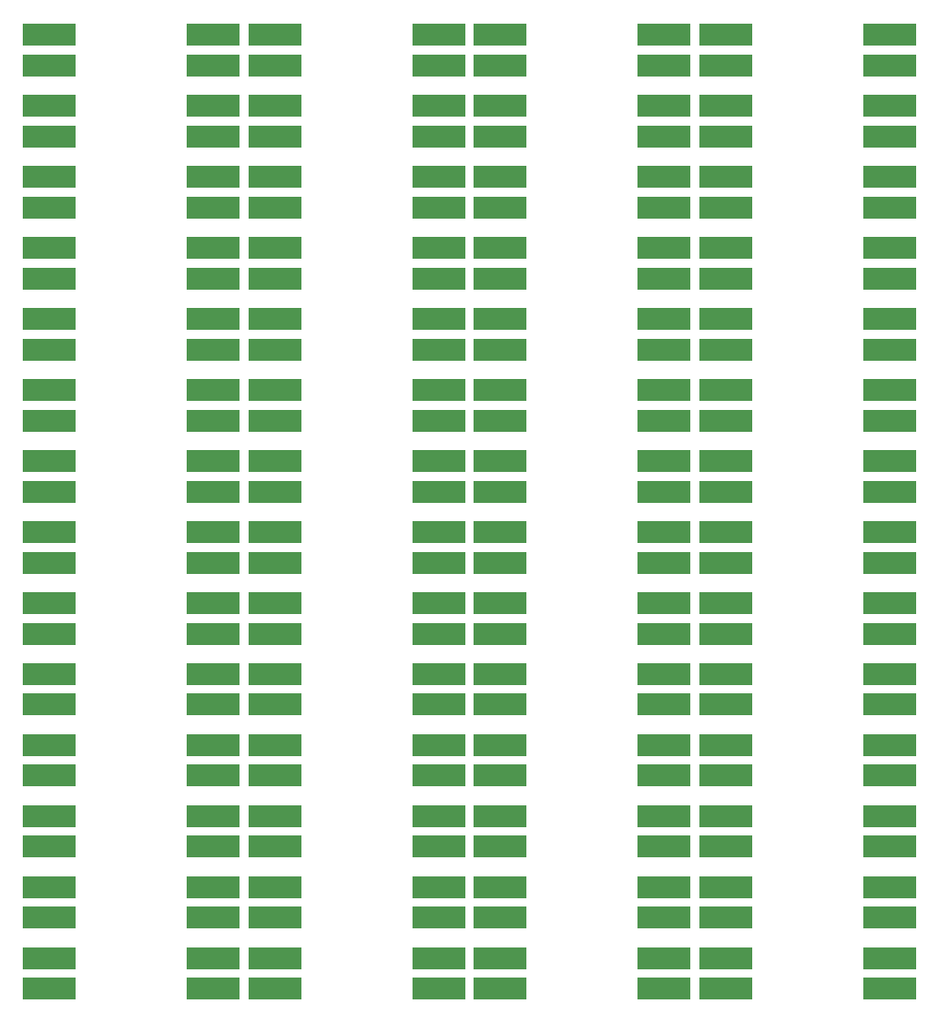
<source format=gbr>
%FSLAX34Y34*%
%MOMM*%
%LNSMDMASK_TOP*%
G71*
G01*
%ADD10R, 5.000X2.000*%
%LPD*%
X33332Y947083D02*
G54D10*
D03*
X33332Y975658D02*
G54D10*
D03*
X185732Y947083D02*
G54D10*
D03*
X185732Y975658D02*
G54D10*
D03*
X242882Y947083D02*
G54D10*
D03*
X242882Y975658D02*
G54D10*
D03*
X395282Y947083D02*
G54D10*
D03*
X395282Y975658D02*
G54D10*
D03*
X452432Y947083D02*
G54D10*
D03*
X452432Y975658D02*
G54D10*
D03*
X604832Y947083D02*
G54D10*
D03*
X604832Y975658D02*
G54D10*
D03*
X661982Y947083D02*
G54D10*
D03*
X661982Y975658D02*
G54D10*
D03*
X814382Y947083D02*
G54D10*
D03*
X814382Y975658D02*
G54D10*
D03*
X33332Y881063D02*
G54D10*
D03*
X33332Y909638D02*
G54D10*
D03*
X185732Y881063D02*
G54D10*
D03*
X185732Y909638D02*
G54D10*
D03*
X242882Y881063D02*
G54D10*
D03*
X242882Y909638D02*
G54D10*
D03*
X395282Y881063D02*
G54D10*
D03*
X395282Y909638D02*
G54D10*
D03*
X452432Y881063D02*
G54D10*
D03*
X452432Y909638D02*
G54D10*
D03*
X604832Y881063D02*
G54D10*
D03*
X604832Y909638D02*
G54D10*
D03*
X661982Y881063D02*
G54D10*
D03*
X661982Y909638D02*
G54D10*
D03*
X814382Y881063D02*
G54D10*
D03*
X814382Y909638D02*
G54D10*
D03*
X33332Y815043D02*
G54D10*
D03*
X33332Y843617D02*
G54D10*
D03*
X185732Y815043D02*
G54D10*
D03*
X185732Y843617D02*
G54D10*
D03*
X242882Y815043D02*
G54D10*
D03*
X242882Y843617D02*
G54D10*
D03*
X395282Y815043D02*
G54D10*
D03*
X395282Y843617D02*
G54D10*
D03*
X452432Y815043D02*
G54D10*
D03*
X452432Y843617D02*
G54D10*
D03*
X604832Y815043D02*
G54D10*
D03*
X604832Y843617D02*
G54D10*
D03*
X661982Y815043D02*
G54D10*
D03*
X661982Y843617D02*
G54D10*
D03*
X814382Y815043D02*
G54D10*
D03*
X814382Y843617D02*
G54D10*
D03*
X33332Y749023D02*
G54D10*
D03*
X33332Y777597D02*
G54D10*
D03*
X185732Y749023D02*
G54D10*
D03*
X185732Y777597D02*
G54D10*
D03*
X242882Y749023D02*
G54D10*
D03*
X242882Y777597D02*
G54D10*
D03*
X395282Y749023D02*
G54D10*
D03*
X395282Y777597D02*
G54D10*
D03*
X452432Y749023D02*
G54D10*
D03*
X452432Y777597D02*
G54D10*
D03*
X604832Y749023D02*
G54D10*
D03*
X604832Y777597D02*
G54D10*
D03*
X661982Y749023D02*
G54D10*
D03*
X661982Y777597D02*
G54D10*
D03*
X814382Y749023D02*
G54D10*
D03*
X814382Y777597D02*
G54D10*
D03*
X33332Y683003D02*
G54D10*
D03*
X33332Y711578D02*
G54D10*
D03*
X185732Y683003D02*
G54D10*
D03*
X185732Y711578D02*
G54D10*
D03*
X242882Y683003D02*
G54D10*
D03*
X242882Y711578D02*
G54D10*
D03*
X395282Y683003D02*
G54D10*
D03*
X395282Y711578D02*
G54D10*
D03*
X452432Y683003D02*
G54D10*
D03*
X452432Y711578D02*
G54D10*
D03*
X604832Y683003D02*
G54D10*
D03*
X604832Y711578D02*
G54D10*
D03*
X661982Y683003D02*
G54D10*
D03*
X661982Y711578D02*
G54D10*
D03*
X814382Y683003D02*
G54D10*
D03*
X814382Y711578D02*
G54D10*
D03*
X33332Y616983D02*
G54D10*
D03*
X33332Y645558D02*
G54D10*
D03*
X185732Y616983D02*
G54D10*
D03*
X185732Y645558D02*
G54D10*
D03*
X242882Y616983D02*
G54D10*
D03*
X242882Y645558D02*
G54D10*
D03*
X395282Y616983D02*
G54D10*
D03*
X395282Y645558D02*
G54D10*
D03*
X452432Y616983D02*
G54D10*
D03*
X452432Y645558D02*
G54D10*
D03*
X604832Y616983D02*
G54D10*
D03*
X604832Y645558D02*
G54D10*
D03*
X661982Y616983D02*
G54D10*
D03*
X661982Y645558D02*
G54D10*
D03*
X814382Y616983D02*
G54D10*
D03*
X814382Y645558D02*
G54D10*
D03*
X33332Y550963D02*
G54D10*
D03*
X33332Y579538D02*
G54D10*
D03*
X185732Y550963D02*
G54D10*
D03*
X185732Y579538D02*
G54D10*
D03*
X242882Y550963D02*
G54D10*
D03*
X242882Y579538D02*
G54D10*
D03*
X395282Y550963D02*
G54D10*
D03*
X395282Y579538D02*
G54D10*
D03*
X452432Y550963D02*
G54D10*
D03*
X452432Y579538D02*
G54D10*
D03*
X604832Y550963D02*
G54D10*
D03*
X604832Y579538D02*
G54D10*
D03*
X661982Y550963D02*
G54D10*
D03*
X661982Y579538D02*
G54D10*
D03*
X814382Y550963D02*
G54D10*
D03*
X814382Y579538D02*
G54D10*
D03*
X33332Y484943D02*
G54D10*
D03*
X33332Y513518D02*
G54D10*
D03*
X185732Y484943D02*
G54D10*
D03*
X185732Y513518D02*
G54D10*
D03*
X242882Y484943D02*
G54D10*
D03*
X242882Y513518D02*
G54D10*
D03*
X395282Y484943D02*
G54D10*
D03*
X395282Y513518D02*
G54D10*
D03*
X452432Y484943D02*
G54D10*
D03*
X452432Y513518D02*
G54D10*
D03*
X604832Y484943D02*
G54D10*
D03*
X604832Y513518D02*
G54D10*
D03*
X661982Y484943D02*
G54D10*
D03*
X661982Y513518D02*
G54D10*
D03*
X814382Y484943D02*
G54D10*
D03*
X814382Y513518D02*
G54D10*
D03*
X33332Y418923D02*
G54D10*
D03*
X33332Y447498D02*
G54D10*
D03*
X185732Y418923D02*
G54D10*
D03*
X185732Y447498D02*
G54D10*
D03*
X242882Y418923D02*
G54D10*
D03*
X242882Y447498D02*
G54D10*
D03*
X395282Y418923D02*
G54D10*
D03*
X395282Y447498D02*
G54D10*
D03*
X452432Y418923D02*
G54D10*
D03*
X452432Y447498D02*
G54D10*
D03*
X604832Y418923D02*
G54D10*
D03*
X604832Y447498D02*
G54D10*
D03*
X661982Y418923D02*
G54D10*
D03*
X661982Y447498D02*
G54D10*
D03*
X814382Y418923D02*
G54D10*
D03*
X814382Y447498D02*
G54D10*
D03*
X33332Y352903D02*
G54D10*
D03*
X33332Y381478D02*
G54D10*
D03*
X185732Y352903D02*
G54D10*
D03*
X185732Y381478D02*
G54D10*
D03*
X242882Y352903D02*
G54D10*
D03*
X242882Y381478D02*
G54D10*
D03*
X395282Y352903D02*
G54D10*
D03*
X395282Y381478D02*
G54D10*
D03*
X452432Y352903D02*
G54D10*
D03*
X452432Y381478D02*
G54D10*
D03*
X604832Y352903D02*
G54D10*
D03*
X604832Y381478D02*
G54D10*
D03*
X661982Y352903D02*
G54D10*
D03*
X661982Y381478D02*
G54D10*
D03*
X814382Y352903D02*
G54D10*
D03*
X814382Y381478D02*
G54D10*
D03*
X33332Y286883D02*
G54D10*
D03*
X33332Y315458D02*
G54D10*
D03*
X185732Y286883D02*
G54D10*
D03*
X185732Y315458D02*
G54D10*
D03*
X242882Y286883D02*
G54D10*
D03*
X242882Y315458D02*
G54D10*
D03*
X395282Y286883D02*
G54D10*
D03*
X395282Y315458D02*
G54D10*
D03*
X452432Y286883D02*
G54D10*
D03*
X452432Y315458D02*
G54D10*
D03*
X604832Y286883D02*
G54D10*
D03*
X604832Y315458D02*
G54D10*
D03*
X661982Y286883D02*
G54D10*
D03*
X661982Y315458D02*
G54D10*
D03*
X814382Y286883D02*
G54D10*
D03*
X814382Y315458D02*
G54D10*
D03*
X33332Y220863D02*
G54D10*
D03*
X33332Y249438D02*
G54D10*
D03*
X185732Y220863D02*
G54D10*
D03*
X185732Y249438D02*
G54D10*
D03*
X242882Y220863D02*
G54D10*
D03*
X242882Y249438D02*
G54D10*
D03*
X395282Y220863D02*
G54D10*
D03*
X395282Y249438D02*
G54D10*
D03*
X452432Y220863D02*
G54D10*
D03*
X452432Y249438D02*
G54D10*
D03*
X604832Y220863D02*
G54D10*
D03*
X604832Y249438D02*
G54D10*
D03*
X661982Y220863D02*
G54D10*
D03*
X661982Y249438D02*
G54D10*
D03*
X814382Y220863D02*
G54D10*
D03*
X814382Y249438D02*
G54D10*
D03*
X33332Y154843D02*
G54D10*
D03*
X33332Y183418D02*
G54D10*
D03*
X185732Y154843D02*
G54D10*
D03*
X185732Y183418D02*
G54D10*
D03*
X242882Y154843D02*
G54D10*
D03*
X242882Y183418D02*
G54D10*
D03*
X395282Y154843D02*
G54D10*
D03*
X395282Y183418D02*
G54D10*
D03*
X452432Y154843D02*
G54D10*
D03*
X452432Y183418D02*
G54D10*
D03*
X604832Y154843D02*
G54D10*
D03*
X604832Y183418D02*
G54D10*
D03*
X661982Y154843D02*
G54D10*
D03*
X661982Y183418D02*
G54D10*
D03*
X814382Y154843D02*
G54D10*
D03*
X814382Y183418D02*
G54D10*
D03*
X33332Y88823D02*
G54D10*
D03*
X33332Y117398D02*
G54D10*
D03*
X185732Y88823D02*
G54D10*
D03*
X185732Y117398D02*
G54D10*
D03*
X242882Y88823D02*
G54D10*
D03*
X242882Y117398D02*
G54D10*
D03*
X395282Y88823D02*
G54D10*
D03*
X395282Y117398D02*
G54D10*
D03*
X452432Y88823D02*
G54D10*
D03*
X452432Y117398D02*
G54D10*
D03*
X604832Y88823D02*
G54D10*
D03*
X604832Y117398D02*
G54D10*
D03*
X661982Y88823D02*
G54D10*
D03*
X661982Y117398D02*
G54D10*
D03*
X814382Y88823D02*
G54D10*
D03*
X814382Y117398D02*
G54D10*
D03*
M02*

</source>
